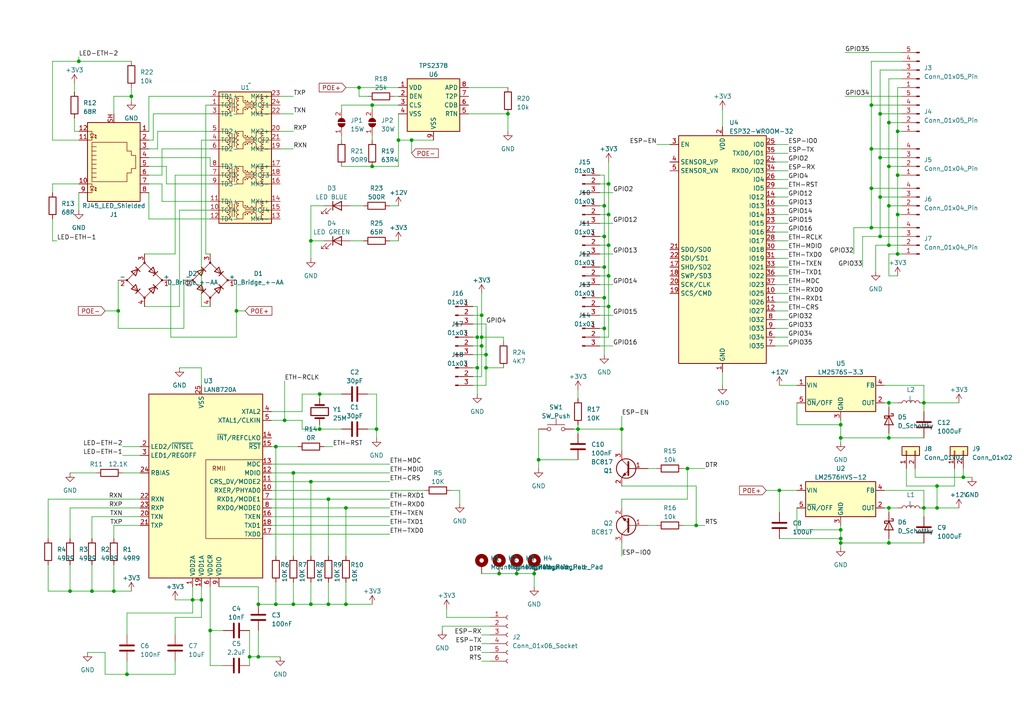
<source format=kicad_sch>
(kicad_sch (version 20230121) (generator eeschema)
  (paper "A4")
  (junction (at 90.17 175.26))
  (junction (at 95.25 175.26))
  (junction (at 139.7 97.79))
  (junction (at 85.09 137.16))
  (junction (at 257.81 59.69))
  (junction (at 95.25 144.78))
  (junction (at 85.09 175.26))
  (junction (at 74.93 175.26))
  (junction (at 33.02 171.45))
  (junction (at 68.58 90.17))
  (junction (at 74.93 190.5))
  (junction (at 252.73 43.18))
  (junction (at 107.95 30.48))
  (junction (at 257.81 116.84))
  (junction (at 60.96 182.88))
  (junction (at 119.38 40.64))
  (junction (at 175.26 77.47))
  (junction (at 175.26 59.69))
  (junction (at 243.84 127))
  (junction (at 154.94 166.37))
  (junction (at 22.86 17.78))
  (junction (at 176.53 62.23))
  (junction (at 144.78 166.37))
  (junction (at 226.06 142.24))
  (junction (at 267.97 116.84))
  (junction (at 156.21 133.35))
  (junction (at 201.93 152.4))
  (junction (at 140.97 102.87))
  (junction (at 175.26 68.58))
  (junction (at 252.73 54.61))
  (junction (at 100.33 175.26))
  (junction (at 26.67 171.45))
  (junction (at 257.81 71.12))
  (junction (at 255.27 45.72))
  (junction (at 58.42 173.99))
  (junction (at 38.1 27.94))
  (junction (at 255.27 68.58))
  (junction (at 175.26 86.36))
  (junction (at 260.35 73.66))
  (junction (at 92.71 114.3))
  (junction (at 109.22 124.46))
  (junction (at 255.27 33.02))
  (junction (at 55.88 173.99))
  (junction (at 243.84 157.48))
  (junction (at 252.73 30.48))
  (junction (at 90.17 139.7))
  (junction (at 34.29 90.17))
  (junction (at 176.53 88.9))
  (junction (at 176.53 71.12))
  (junction (at 260.35 62.23))
  (junction (at 167.64 124.46))
  (junction (at 107.95 48.26))
  (junction (at 243.84 153.67))
  (junction (at 80.01 129.54))
  (junction (at 90.17 69.85))
  (junction (at 147.32 33.02))
  (junction (at 257.81 147.32))
  (junction (at 243.84 156.21))
  (junction (at 199.39 135.89))
  (junction (at 252.73 66.04))
  (junction (at 80.01 175.26))
  (junction (at 267.97 147.32))
  (junction (at 180.34 124.46))
  (junction (at 36.83 195.58))
  (junction (at 271.78 147.32))
  (junction (at 139.7 100.33))
  (junction (at 115.57 40.64))
  (junction (at 175.26 95.25))
  (junction (at 255.27 57.15))
  (junction (at 100.33 147.32))
  (junction (at 82.55 121.92))
  (junction (at 176.53 53.34))
  (junction (at 243.84 123.19))
  (junction (at 257.81 35.56))
  (junction (at 92.71 124.46))
  (junction (at 139.7 91.44))
  (junction (at 271.78 140.97))
  (junction (at 138.43 106.68))
  (junction (at 257.81 157.48))
  (junction (at 257.81 48.26))
  (junction (at 140.97 106.68))
  (junction (at 138.43 97.79))
  (junction (at 104.14 25.4))
  (junction (at 149.86 166.37))
  (junction (at 72.39 190.5))
  (junction (at 260.35 38.1))
  (junction (at 176.53 80.01))
  (junction (at 279.4 138.43))
  (junction (at 260.35 50.8))
  (junction (at 257.81 127))
  (junction (at 20.32 171.45))
  (wire (pts (xy 38.1 27.94) (xy 38.1 29.21)))
  (wire (pts (xy 21.59 34.29) (xy 21.59 38.1)))
  (wire (pts (xy 175.26 95.25) (xy 173.99 95.25)))
  (wire (pts (xy 176.53 97.79) (xy 173.99 97.79)))
  (wire (pts (xy 173.99 68.58) (xy 175.26 68.58)))
  (wire (pts (xy 199.39 144.78) (xy 180.34 144.78)))
  (wire (pts (xy 267.97 111.76) (xy 267.97 116.84)))
  (wire (pts (xy 50.8 179.07) (xy 50.8 184.15)))
  (wire (pts (xy 43.18 50.8) (xy 46.99 50.8)))
  (wire (pts (xy 43.18 40.64) (xy 44.45 40.64)))
  (wire (pts (xy 173.99 86.36) (xy 175.26 86.36)))
  (wire (pts (xy 60.96 182.88) (xy 64.77 182.88)))
  (wire (pts (xy 43.18 55.88) (xy 43.18 63.5)))
  (wire (pts (xy 100.33 25.4) (xy 104.14 25.4)))
  (wire (pts (xy 22.86 16.51) (xy 22.86 17.78)))
  (wire (pts (xy 20.32 163.83) (xy 20.32 171.45)))
  (wire (pts (xy 137.16 91.44) (xy 139.7 91.44)))
  (wire (pts (xy 50.8 173.99) (xy 55.88 173.99)))
  (wire (pts (xy 176.53 80.01) (xy 176.53 88.9)))
  (wire (pts (xy 107.95 48.26) (xy 115.57 48.26)))
  (wire (pts (xy 256.54 116.84) (xy 257.81 116.84)))
  (wire (pts (xy 139.7 97.79) (xy 146.05 97.79)))
  (wire (pts (xy 20.32 147.32) (xy 40.64 147.32)))
  (wire (pts (xy 252.73 30.48) (xy 252.73 43.18)))
  (wire (pts (xy 90.17 59.69) (xy 90.17 69.85)))
  (wire (pts (xy 243.84 157.48) (xy 257.81 157.48)))
  (wire (pts (xy 245.11 15.24) (xy 261.62 15.24)))
  (wire (pts (xy 261.62 38.1) (xy 260.35 38.1)))
  (wire (pts (xy 109.22 114.3) (xy 106.68 114.3)))
  (wire (pts (xy 173.99 53.34) (xy 176.53 53.34)))
  (wire (pts (xy 90.17 139.7) (xy 113.03 139.7)))
  (wire (pts (xy 257.81 156.21) (xy 257.81 157.48)))
  (wire (pts (xy 46.99 53.34) (xy 46.99 58.42)))
  (wire (pts (xy 231.14 116.84) (xy 231.14 123.19)))
  (wire (pts (xy 128.27 182.88) (xy 128.27 181.61)))
  (wire (pts (xy 36.83 195.58) (xy 36.83 191.77)))
  (wire (pts (xy 100.33 147.32) (xy 113.03 147.32)))
  (wire (pts (xy 135.89 25.4) (xy 147.32 25.4)))
  (wire (pts (xy 104.14 27.94) (xy 104.14 25.4)))
  (wire (pts (xy 85.09 175.26) (xy 90.17 175.26)))
  (wire (pts (xy 15.24 17.78) (xy 22.86 17.78)))
  (wire (pts (xy 224.79 59.69) (xy 228.6 59.69)))
  (wire (pts (xy 147.32 33.02) (xy 147.32 38.1)))
  (wire (pts (xy 139.7 191.77) (xy 142.24 191.77)))
  (wire (pts (xy 138.43 114.3) (xy 138.43 106.68)))
  (wire (pts (xy 224.79 90.17) (xy 228.6 90.17)))
  (wire (pts (xy 82.55 121.92) (xy 78.74 121.92)))
  (wire (pts (xy 137.16 111.76) (xy 140.97 111.76)))
  (wire (pts (xy 176.53 80.01) (xy 173.99 80.01)))
  (wire (pts (xy 92.71 124.46) (xy 87.63 124.46)))
  (wire (pts (xy 55.88 173.99) (xy 58.42 173.99)))
  (wire (pts (xy 95.25 168.91) (xy 95.25 175.26)))
  (wire (pts (xy 63.5 170.18) (xy 74.93 170.18)))
  (wire (pts (xy 255.27 20.32) (xy 255.27 33.02)))
  (wire (pts (xy 260.35 25.4) (xy 260.35 38.1)))
  (wire (pts (xy 224.79 57.15) (xy 228.6 57.15)))
  (wire (pts (xy 52.07 106.68) (xy 58.42 106.68)))
  (wire (pts (xy 35.56 132.08) (xy 40.64 132.08)))
  (wire (pts (xy 175.26 59.69) (xy 175.26 68.58)))
  (wire (pts (xy 257.81 116.84) (xy 257.81 118.11)))
  (wire (pts (xy 257.81 35.56) (xy 257.81 48.26)))
  (wire (pts (xy 224.79 97.79) (xy 228.6 97.79)))
  (wire (pts (xy 252.73 66.04) (xy 247.65 66.04)))
  (wire (pts (xy 48.26 48.26) (xy 43.18 48.26)))
  (wire (pts (xy 33.02 152.4) (xy 40.64 152.4)))
  (wire (pts (xy 60.96 38.1) (xy 45.72 38.1)))
  (wire (pts (xy 267.97 116.84) (xy 267.97 119.38)))
  (wire (pts (xy 81.28 43.18) (xy 85.09 43.18)))
  (wire (pts (xy 109.22 124.46) (xy 109.22 114.3)))
  (wire (pts (xy 173.99 64.77) (xy 177.8 64.77)))
  (wire (pts (xy 224.79 62.23) (xy 228.6 62.23)))
  (wire (pts (xy 243.84 152.4) (xy 243.84 153.67)))
  (wire (pts (xy 90.17 175.26) (xy 95.25 175.26)))
  (wire (pts (xy 252.73 43.18) (xy 252.73 54.61)))
  (wire (pts (xy 92.71 123.19) (xy 92.71 124.46)))
  (wire (pts (xy 55.88 177.8) (xy 36.83 177.8)))
  (wire (pts (xy 139.7 186.69) (xy 142.24 186.69)))
  (wire (pts (xy 80.01 129.54) (xy 80.01 161.29)))
  (wire (pts (xy 26.67 171.45) (xy 33.02 171.45)))
  (wire (pts (xy 26.67 149.86) (xy 40.64 149.86)))
  (wire (pts (xy 261.62 68.58) (xy 255.27 68.58)))
  (wire (pts (xy 95.25 144.78) (xy 113.03 144.78)))
  (wire (pts (xy 261.62 33.02) (xy 255.27 33.02)))
  (wire (pts (xy 80.01 129.54) (xy 86.36 129.54)))
  (wire (pts (xy 261.62 54.61) (xy 252.73 54.61)))
  (wire (pts (xy 139.7 100.33) (xy 139.7 109.22)))
  (wire (pts (xy 173.99 77.47) (xy 175.26 77.47)))
  (wire (pts (xy 224.79 100.33) (xy 228.6 100.33)))
  (wire (pts (xy 90.17 168.91) (xy 90.17 175.26)))
  (wire (pts (xy 261.62 48.26) (xy 257.81 48.26)))
  (wire (pts (xy 78.74 154.94) (xy 113.03 154.94)))
  (wire (pts (xy 140.97 102.87) (xy 140.97 106.68)))
  (wire (pts (xy 78.74 147.32) (xy 100.33 147.32)))
  (wire (pts (xy 25.4 189.23) (xy 30.48 189.23)))
  (wire (pts (xy 85.09 168.91) (xy 85.09 175.26)))
  (wire (pts (xy 252.73 54.61) (xy 252.73 66.04)))
  (wire (pts (xy 60.96 45.72) (xy 60.96 48.26)))
  (wire (pts (xy 180.34 120.65) (xy 180.34 124.46)))
  (wire (pts (xy 257.81 116.84) (xy 260.35 116.84)))
  (wire (pts (xy 58.42 179.07) (xy 50.8 179.07)))
  (wire (pts (xy 139.7 91.44) (xy 139.7 97.79)))
  (wire (pts (xy 267.97 142.24) (xy 267.97 147.32)))
  (wire (pts (xy 209.55 107.95) (xy 209.55 111.76)))
  (wire (pts (xy 243.84 156.21) (xy 243.84 157.48)))
  (wire (pts (xy 60.96 170.18) (xy 60.96 182.88)))
  (wire (pts (xy 109.22 127) (xy 109.22 124.46)))
  (wire (pts (xy 261.62 43.18) (xy 252.73 43.18)))
  (wire (pts (xy 46.99 58.42) (xy 60.96 58.42)))
  (wire (pts (xy 180.34 157.48) (xy 180.34 161.29)))
  (wire (pts (xy 60.96 53.34) (xy 48.26 53.34)))
  (wire (pts (xy 250.19 68.58) (xy 250.19 77.47)))
  (wire (pts (xy 279.4 138.43) (xy 279.4 135.89)))
  (wire (pts (xy 13.97 171.45) (xy 13.97 163.83)))
  (wire (pts (xy 226.06 111.76) (xy 231.14 111.76)))
  (wire (pts (xy 265.43 135.89) (xy 265.43 138.43)))
  (wire (pts (xy 43.18 63.5) (xy 60.96 63.5)))
  (wire (pts (xy 60.96 40.64) (xy 58.42 40.64)))
  (wire (pts (xy 43.18 38.1) (xy 43.18 27.94)))
  (wire (pts (xy 243.84 158.75) (xy 243.84 157.48)))
  (wire (pts (xy 45.72 43.18) (xy 43.18 43.18)))
  (wire (pts (xy 198.12 152.4) (xy 201.93 152.4)))
  (wire (pts (xy 267.97 147.32) (xy 271.78 147.32)))
  (wire (pts (xy 224.79 92.71) (xy 228.6 92.71)))
  (wire (pts (xy 257.81 147.32) (xy 257.81 148.59)))
  (wire (pts (xy 38.1 25.4) (xy 38.1 27.94)))
  (wire (pts (xy 48.26 53.34) (xy 48.26 48.26)))
  (wire (pts (xy 78.74 149.86) (xy 113.03 149.86)))
  (wire (pts (xy 224.79 54.61) (xy 228.6 54.61)))
  (wire (pts (xy 15.24 63.5) (xy 15.24 69.85)))
  (wire (pts (xy 20.32 171.45) (xy 26.67 171.45)))
  (wire (pts (xy 146.05 97.79) (xy 146.05 99.06)))
  (wire (pts (xy 90.17 139.7) (xy 90.17 161.29)))
  (wire (pts (xy 231.14 153.67) (xy 243.84 153.67)))
  (wire (pts (xy 173.99 82.55) (xy 177.8 82.55)))
  (wire (pts (xy 35.56 129.54) (xy 40.64 129.54)))
  (wire (pts (xy 167.64 133.35) (xy 156.21 133.35)))
  (wire (pts (xy 190.5 41.91) (xy 194.31 41.91)))
  (wire (pts (xy 113.03 69.85) (xy 115.57 69.85)))
  (wire (pts (xy 226.06 142.24) (xy 231.14 142.24)))
  (wire (pts (xy 231.14 147.32) (xy 231.14 153.67)))
  (wire (pts (xy 180.34 140.97) (xy 201.93 140.97)))
  (wire (pts (xy 81.28 27.94) (xy 85.09 27.94)))
  (wire (pts (xy 59.69 73.66) (xy 60.96 73.66)))
  (wire (pts (xy 33.02 171.45) (xy 38.1 171.45)))
  (wire (pts (xy 271.78 140.97) (xy 271.78 147.32)))
  (wire (pts (xy 137.16 106.68) (xy 138.43 106.68)))
  (wire (pts (xy 139.7 85.09) (xy 139.7 91.44)))
  (wire (pts (xy 20.32 137.16) (xy 27.94 137.16)))
  (wire (pts (xy 175.26 95.25) (xy 175.26 102.87)))
  (wire (pts (xy 139.7 189.23) (xy 142.24 189.23)))
  (wire (pts (xy 267.97 147.32) (xy 267.97 149.86)))
  (wire (pts (xy 187.96 152.4) (xy 190.5 152.4)))
  (wire (pts (xy 35.56 137.16) (xy 40.64 137.16)))
  (wire (pts (xy 87.63 119.38) (xy 78.74 119.38)))
  (wire (pts (xy 26.67 163.83) (xy 26.67 171.45)))
  (wire (pts (xy 74.93 175.26) (xy 80.01 175.26)))
  (wire (pts (xy 222.25 142.24) (xy 226.06 142.24)))
  (wire (pts (xy 224.79 74.93) (xy 228.6 74.93)))
  (wire (pts (xy 166.37 124.46) (xy 167.64 124.46)))
  (wire (pts (xy 49.53 81.28) (xy 49.53 97.79)))
  (wire (pts (xy 176.53 71.12) (xy 176.53 80.01)))
  (wire (pts (xy 52.07 60.96) (xy 52.07 88.9)))
  (wire (pts (xy 199.39 135.89) (xy 204.47 135.89)))
  (wire (pts (xy 139.7 97.79) (xy 139.7 100.33)))
  (wire (pts (xy 167.64 113.03) (xy 167.64 115.57)))
  (wire (pts (xy 100.33 168.91) (xy 100.33 175.26)))
  (wire (pts (xy 107.95 30.48) (xy 115.57 30.48)))
  (wire (pts (xy 80.01 175.26) (xy 85.09 175.26)))
  (wire (pts (xy 261.62 25.4) (xy 260.35 25.4)))
  (wire (pts (xy 100.33 175.26) (xy 107.95 175.26)))
  (wire (pts (xy 254 71.12) (xy 254 78.74)))
  (wire (pts (xy 34.29 95.25) (xy 53.34 95.25)))
  (wire (pts (xy 167.64 124.46) (xy 167.64 125.73)))
  (wire (pts (xy 261.62 59.69) (xy 257.81 59.69)))
  (wire (pts (xy 140.97 93.98) (xy 140.97 102.87)))
  (wire (pts (xy 260.35 73.66) (xy 257.81 73.66)))
  (wire (pts (xy 257.81 73.66) (xy 257.81 80.01)))
  (wire (pts (xy 137.16 93.98) (xy 140.97 93.98)))
  (wire (pts (xy 276.86 140.97) (xy 276.86 135.89)))
  (wire (pts (xy 78.74 152.4) (xy 113.03 152.4)))
  (wire (pts (xy 257.81 59.69) (xy 257.81 71.12)))
  (wire (pts (xy 199.39 135.89) (xy 199.39 144.78)))
  (wire (pts (xy 99.06 31.75) (xy 99.06 30.48)))
  (wire (pts (xy 256.54 142.24) (xy 267.97 142.24)))
  (wire (pts (xy 257.81 147.32) (xy 260.35 147.32)))
  (wire (pts (xy 95.25 175.26) (xy 100.33 175.26)))
  (wire (pts (xy 33.02 27.94) (xy 38.1 27.94)))
  (wire (pts (xy 21.59 24.13) (xy 21.59 26.67)))
  (wire (pts (xy 224.79 46.99) (xy 228.6 46.99)))
  (wire (pts (xy 55.88 173.99) (xy 55.88 177.8)))
  (wire (pts (xy 59.69 30.48) (xy 59.69 73.66)))
  (wire (pts (xy 101.6 59.69) (xy 105.41 59.69)))
  (wire (pts (xy 36.83 195.58) (xy 50.8 195.58)))
  (wire (pts (xy 261.62 66.04) (xy 252.73 66.04)))
  (wire (pts (xy 80.01 175.26) (xy 80.01 168.91)))
  (wire (pts (xy 33.02 163.83) (xy 33.02 171.45)))
  (wire (pts (xy 119.38 40.64) (xy 125.73 40.64)))
  (wire (pts (xy 255.27 57.15) (xy 255.27 68.58)))
  (wire (pts (xy 78.74 139.7) (xy 90.17 139.7)))
  (wire (pts (xy 224.79 52.07) (xy 228.6 52.07)))
  (wire (pts (xy 99.06 30.48) (xy 107.95 30.48)))
  (wire (pts (xy 107.95 30.48) (xy 107.95 31.75)))
  (wire (pts (xy 175.26 77.47) (xy 175.26 86.36)))
  (wire (pts (xy 21.59 38.1) (xy 22.86 38.1)))
  (wire (pts (xy 137.16 88.9) (xy 138.43 88.9)))
  (wire (pts (xy 187.96 135.89) (xy 190.5 135.89)))
  (wire (pts (xy 33.02 33.02) (xy 33.02 27.94)))
  (wire (pts (xy 247.65 66.04) (xy 247.65 73.66)))
  (wire (pts (xy 90.17 69.85) (xy 90.17 74.93)))
  (wire (pts (xy 81.28 33.02) (xy 85.09 33.02)))
  (wire (pts (xy 243.84 121.92) (xy 243.84 123.19)))
  (wire (pts (xy 78.74 134.62) (xy 113.03 134.62)))
  (wire (pts (xy 68.58 90.17) (xy 71.12 90.17)))
  (wire (pts (xy 87.63 121.92) (xy 82.55 121.92)))
  (wire (pts (xy 49.53 97.79) (xy 68.58 97.79)))
  (wire (pts (xy 34.29 81.28) (xy 34.29 90.17)))
  (wire (pts (xy 101.6 69.85) (xy 105.41 69.85)))
  (wire (pts (xy 30.48 189.23) (xy 30.48 195.58)))
  (wire (pts (xy 95.25 144.78) (xy 95.25 161.29)))
  (wire (pts (xy 68.58 97.79) (xy 68.58 90.17)))
  (wire (pts (xy 22.86 17.78) (xy 38.1 17.78)))
  (wire (pts (xy 198.12 135.89) (xy 199.39 135.89)))
  (wire (pts (xy 85.09 137.16) (xy 85.09 161.29)))
  (wire (pts (xy 226.06 142.24) (xy 226.06 148.59)))
  (wire (pts (xy 115.57 48.26) (xy 115.57 40.64)))
  (wire (pts (xy 60.96 182.88) (xy 60.96 193.04)))
  (wire (pts (xy 139.7 184.15) (xy 142.24 184.15)))
  (wire (pts (xy 140.97 106.68) (xy 146.05 106.68)))
  (wire (pts (xy 87.63 114.3) (xy 92.71 114.3)))
  (wire (pts (xy 261.62 50.8) (xy 260.35 50.8)))
  (wire (pts (xy 106.68 27.94) (xy 104.14 27.94)))
  (wire (pts (xy 173.99 59.69) (xy 175.26 59.69)))
  (wire (pts (xy 78.74 137.16) (xy 85.09 137.16)))
  (wire (pts (xy 224.79 64.77) (xy 228.6 64.77)))
  (wire (pts (xy 13.97 171.45) (xy 20.32 171.45)))
  (wire (pts (xy 175.26 68.58) (xy 175.26 77.47)))
  (wire (pts (xy 261.62 45.72) (xy 255.27 45.72)))
  (wire (pts (xy 72.39 182.88) (xy 72.39 190.5)))
  (wire (pts (xy 138.43 88.9) (xy 138.43 97.79)))
  (wire (pts (xy 113.03 59.69) (xy 115.57 59.69)))
  (wire (pts (xy 115.57 40.64) (xy 119.38 40.64)))
  (wire (pts (xy 261.62 35.56) (xy 257.81 35.56)))
  (wire (pts (xy 167.64 123.19) (xy 167.64 124.46)))
  (wire (pts (xy 243.84 153.67) (xy 243.84 156.21)))
  (wire (pts (xy 224.79 49.53) (xy 228.6 49.53)))
  (wire (pts (xy 224.79 77.47) (xy 228.6 77.47)))
  (wire (pts (xy 224.79 72.39) (xy 228.6 72.39)))
  (wire (pts (xy 256.54 111.76) (xy 267.97 111.76)))
  (wire (pts (xy 262.89 140.97) (xy 271.78 140.97)))
  (wire (pts (xy 92.71 114.3) (xy 92.71 115.57)))
  (wire (pts (xy 261.62 20.32) (xy 255.27 20.32)))
  (wire (pts (xy 50.8 73.66) (xy 41.91 73.66)))
  (wire (pts (xy 173.99 73.66) (xy 177.8 73.66)))
  (wire (pts (xy 36.83 177.8) (xy 36.83 184.15)))
  (wire (pts (xy 173.99 71.12) (xy 176.53 71.12)))
  (wire (pts (xy 175.26 86.36) (xy 175.26 95.25)))
  (wire (pts (xy 154.94 166.37) (xy 154.94 170.18)))
  (wire (pts (xy 173.99 91.44) (xy 177.8 91.44)))
  (wire (pts (xy 243.84 123.19) (xy 243.84 127)))
  (wire (pts (xy 15.24 53.34) (xy 15.24 55.88)))
  (wire (pts (xy 176.53 88.9) (xy 173.99 88.9)))
  (wire (pts (xy 133.35 142.24) (xy 133.35 146.05)))
  (wire (pts (xy 176.53 46.99) (xy 176.53 53.34)))
  (wire (pts (xy 43.18 27.94) (xy 60.96 27.94)))
  (wire (pts (xy 261.62 71.12) (xy 257.81 71.12)))
  (wire (pts (xy 50.8 50.8) (xy 50.8 73.66)))
  (wire (pts (xy 60.96 50.8) (xy 50.8 50.8)))
  (wire (pts (xy 201.93 140.97) (xy 201.93 152.4)))
  (wire (pts (xy 261.62 30.48) (xy 252.73 30.48)))
  (wire (pts (xy 100.33 147.32) (xy 100.33 161.29)))
  (wire (pts (xy 30.48 195.58) (xy 36.83 195.58)))
  (wire (pts (xy 176.53 53.34) (xy 176.53 62.23)))
  (wire (pts (xy 45.72 38.1) (xy 45.72 43.18)))
  (wire (pts (xy 52.07 88.9) (xy 41.91 88.9)))
  (wire (pts (xy 271.78 140.97) (xy 276.86 140.97)))
  (wire (pts (xy 176.53 88.9) (xy 176.53 97.79)))
  (wire (pts (xy 257.81 157.48) (xy 267.97 157.48)))
  (wire (pts (xy 13.97 144.78) (xy 13.97 156.21)))
  (wire (pts (xy 231.14 123.19) (xy 243.84 123.19)))
  (wire (pts (xy 15.24 69.85) (xy 16.51 69.85)))
  (wire (pts (xy 34.29 90.17) (xy 34.29 95.25)))
  (wire (pts (xy 252.73 17.78) (xy 252.73 30.48)))
  (wire (pts (xy 74.93 182.88) (xy 74.93 190.5)))
  (wire (pts (xy 90.17 69.85) (xy 93.98 69.85)))
  (wire (pts (xy 243.84 128.27) (xy 243.84 127)))
  (wire (pts (xy 22.86 40.64) (xy 15.24 40.64)))
  (wire (pts (xy 243.84 127) (xy 257.81 127)))
  (wire (pts (xy 99.06 39.37) (xy 99.06 40.64)))
  (wire (pts (xy 201.93 152.4) (xy 204.47 152.4)))
  (wire (pts (xy 256.54 147.32) (xy 257.81 147.32)))
  (wire (pts (xy 137.16 97.79) (xy 138.43 97.79)))
  (wire (pts (xy 44.45 40.64) (xy 44.45 33.02)))
  (wire (pts (xy 260.35 50.8) (xy 260.35 62.23)))
  (wire (pts (xy 128.27 181.61) (xy 142.24 181.61)))
  (wire (pts (xy 107.95 39.37) (xy 107.95 40.64)))
  (wire (pts (xy 93.98 59.69) (xy 90.17 59.69)))
  (wire (pts (xy 60.96 30.48) (xy 59.69 30.48)))
  (wire (pts (xy 15.24 40.64) (xy 15.24 17.78)))
  (wire (pts (xy 180.34 124.46) (xy 180.34 130.81)))
  (wire (pts (xy 262.89 135.89) (xy 262.89 140.97)))
  (wire (pts (xy 68.58 90.17) (xy 68.58 81.28)))
  (wire (pts (xy 50.8 195.58) (xy 50.8 191.77)))
  (wire (pts (xy 255.27 33.02) (xy 255.27 45.72)))
  (wire (pts (xy 261.62 73.66) (xy 260.35 73.66)))
  (wire (pts (xy 46.99 50.8) (xy 46.99 43.18)))
  (wire (pts (xy 245.11 27.94) (xy 261.62 27.94)))
  (wire (pts (xy 58.42 88.9) (xy 60.96 88.9)))
  (wire (pts (xy 58.42 106.68) (xy 58.42 111.76)))
  (wire (pts (xy 271.78 147.32) (xy 278.13 147.32)))
  (wire (pts (xy 30.48 90.17) (xy 34.29 90.17)))
  (wire (pts (xy 224.79 82.55) (xy 228.6 82.55)))
  (wire (pts (xy 43.18 45.72) (xy 60.96 45.72)))
  (wire (pts (xy 176.53 62.23) (xy 176.53 71.12)))
  (wire (pts (xy 43.18 53.34) (xy 46.99 53.34)))
  (wire (pts (xy 156.21 133.35) (xy 156.21 135.89)))
  (wire (pts (xy 265.43 138.43) (xy 279.4 138.43)))
  (wire (pts (xy 58.42 40.64) (xy 58.42 88.9)))
  (wire (pts (xy 92.71 124.46) (xy 99.06 124.46)))
  (wire (pts (xy 137.16 109.22) (xy 139.7 109.22)))
  (wire (pts (xy 135.89 33.02) (xy 147.32 33.02)))
  (wire (pts (xy 46.99 43.18) (xy 60.96 43.18)))
  (wire (pts (xy 78.74 142.24) (xy 123.19 142.24)))
  (wire (pts (xy 115.57 33.02) (xy 115.57 40.64)))
  (wire (pts (xy 149.86 166.37) (xy 154.94 166.37)))
  (wire (pts (xy 72.39 193.04) (xy 72.39 190.5)))
  (wire (pts (xy 224.79 85.09) (xy 228.6 85.09)))
  (wire (pts (xy 99.06 48.26) (xy 107.95 48.26)))
  (wire (pts (xy 257.81 71.12) (xy 254 71.12)))
  (wire (pts (xy 226.06 156.21) (xy 243.84 156.21)))
  (wire (pts (xy 92.71 114.3) (xy 99.06 114.3)))
  (wire (pts (xy 261.62 62.23) (xy 260.35 62.23)))
  (wire (pts (xy 137.16 102.87) (xy 140.97 102.87)))
  (wire (pts (xy 144.78 166.37) (xy 149.86 166.37)))
  (wire (pts (xy 114.3 27.94) (xy 115.57 27.94)))
  (wire (pts (xy 257.81 125.73) (xy 257.81 127)))
  (wire (pts (xy 173.99 55.88) (xy 177.8 55.88)))
  (wire (pts (xy 60.96 193.04) (xy 64.77 193.04)))
  (wire (pts (xy 20.32 147.32) (xy 20.32 156.21)))
  (wire (pts (xy 156.21 124.46) (xy 156.21 133.35)))
  (wire (pts (xy 13.97 144.78) (xy 40.64 144.78)))
  (wire (pts (xy 22.86 60.96) (xy 22.86 55.88)))
  (wire (pts (xy 82.55 110.49) (xy 82.55 121.92)))
  (wire (pts (xy 129.54 176.53) (xy 129.54 179.07)))
  (wire (pts (xy 44.45 33.02) (xy 60.96 33.02)))
  (wire (pts (xy 137.16 100.33) (xy 139.7 100.33)))
  (wire (pts (xy 58.42 170.18) (xy 58.42 173.99)))
  (wire (pts (xy 257.81 48.26) (xy 257.81 59.69)))
  (wire (pts (xy 261.62 57.15) (xy 255.27 57.15)))
  (wire (pts (xy 130.81 142.24) (xy 133.35 142.24)))
  (wire (pts (xy 72.39 190.5) (xy 74.93 190.5)))
  (wire (pts (xy 53.34 95.25) (xy 53.34 81.28)))
  (wire (pts (xy 209.55 31.75) (xy 209.55 36.83)))
  (wire (pts (xy 139.7 166.37) (xy 144.78 166.37)))
  (wire (pts (xy 224.79 41.91) (xy 228.6 41.91)))
  (wire (pts (xy 257.81 80.01) (xy 260.35 80.01)))
  (wire (pts (xy 78.74 129.54) (xy 80.01 129.54)))
  (wire (pts (xy 104.14 25.4) (xy 115.57 25.4)))
  (wire (pts (xy 224.79 95.25) (xy 228.6 95.25)))
  (wire (pts (xy 140.97 106.68) (xy 140.97 111.76)))
  (wire (pts (xy 78.74 144.78) (xy 95.25 144.78)))
  (wire (pts (xy 55.88 170.18) (xy 55.88 173.99)))
  (wire (pts (xy 26.67 149.86) (xy 26.67 156.21)))
  (wire (pts (xy 81.28 38.1) (xy 85.09 38.1)))
  (wire (pts (xy 87.63 124.46) (xy 87.63 121.92)))
  (wire (pts (xy 260.35 38.1) (xy 260.35 50.8)))
  (wire (pts (xy 15.24 53.34) (xy 22.86 53.34)))
  (wire (pts (xy 224.79 67.31) (xy 228.6 67.31)))
  (wire (pts (xy 267.97 116.84) (xy 278.13 116.84)))
  (wire (pts (xy 106.68 124.46) (xy 109.22 124.46)))
  (wire (pts (xy 74.93 190.5) (xy 81.28 190.5)))
  (wire (pts (xy 129.54 179.07) (xy 142.24 179.07)))
  (wire (pts (xy 58.42 173.99) (xy 58.42 179.07)))
  (wire (pts (xy 257.81 22.86) (xy 257.81 35.56)))
  (wire (pts (xy 85.09 137.16) (xy 113.03 137.16)))
  (wire (pts (xy 173.99 100.33) (xy 177.8 100.33)))
  (wire (pts (xy 224.79 44.45) (xy 228.6 44.45)))
  (wire (pts (xy 33.02 152.4) (xy 33.02 156.21)))
  (wire (pts (xy 279.4 138.43) (xy 281.94 138.43)))
  (wire (pts (xy 175.26 50.8) (xy 175.26 59.69)))
  (wire (pts (xy 173.99 50.8) (xy 175.26 50.8)))
  (wire (pts (xy 261.62 17.78) (xy 252.73 17.78)))
  (wire (pts (xy 260.35 62.23) (xy 260.35 73.66)))
  (wire (pts (xy 257.81 127) (xy 267.97 127)))
  (wire (pts (xy 180.34 144.78) (xy 180.34 147.32)))
  (wire (pts (xy 60.96 60.96) (xy 52.07 60.96)))
  (wire (pts (xy 119.38 40.64) (xy 119.38 44.45)))
  (wire (pts (xy 93.98 129.54) (xy 96.52 129.54)))
  (wire (pts (xy 224.79 87.63) (xy 228.6 87.63)))
  (wire (pts (xy 138.43 97.79) (xy 138.43 106.68)))
  (wire (pts (xy 74.93 170.18) (xy 74.93 175.26)))
  (wire (pts (xy 173.99 62.23) (xy 176.53 62.23)))
  (wire (pts (xy 255.27 68.58) (xy 250.19 68.58)))
  (wire (pts (xy 167.64 124.46) (xy 180.34 124.46)))
  (wire (pts (xy 261.62 22.86) (xy 257.81 22.86)))
  (wire (pts (xy 224.79 69.85) (xy 228.6 69.85)))
  (wire (pts (xy 87.63 119.38) (xy 87.63 114.3)))
  (wire (pts (xy 224.79 80.01) (xy 228.6 80.01)))
  (wire (pts (xy 255.27 45.72) (xy 255.27 57.15)))
  (label "GPIO34" (at 228.6 97.79 0))
  (label "ETH-CRS" (at 113.03 139.7 0))
  (label "GPIO14" (at 228.6 62.23 0))
  (label "ETH-RXD0" (at 228.6 85.09 0))
  (label "GPIO15" (at 177.8 91.44 0))
  (label "GPIO32" (at 228.6 92.71 0))
  (label "ETH-MDC" (at 228.6 82.55 0))
  (label "LED-ETH-2" (at 22.86 16.51 0))
  (label "ETH-RXD1" (at 113.03 144.78 0))
  (label "LED-ETH-1" (at 16.51 69.85 0))
  (label "TXN" (at 85.09 33.02 0))
  (label "ESP-RX" (at 139.7 184.15 180))
  (label "ETH-MDIO" (at 113.03 137.16 0))
  (label "ESP-EN" (at 180.34 120.65 0))
  (label "RXP" (at 85.09 38.1 0))
  (label "GPIO2" (at 177.8 55.88 0))
  (label "GPIO16" (at 228.6 67.31 0))
  (label "ETH-RCLK" (at 82.55 110.49 0))
  (label "ETH-CRS" (at 228.6 90.17 0))
  (label "TXN" (at 35.56 149.86 180))
  (label "ETH-TXD1" (at 113.03 152.4 0))
  (label "RXN" (at 85.09 43.18 0))
  (label "GPIO34" (at 245.11 27.94 0))
  (label "GPIO13" (at 177.8 73.66 0))
  (label "ETH-TXD1" (at 228.6 80.01 0))
  (label "LED-ETH-1" (at 35.56 132.08 180))
  (label "GPIO33" (at 250.19 77.47 180))
  (label "GPIO35" (at 228.6 100.33 0))
  (label "ETH-RXD0" (at 113.03 147.32 0))
  (label "RXN" (at 35.56 144.78 180))
  (label "ETH-RXD1" (at 228.6 87.63 0))
  (label "GPIO4" (at 228.6 52.07 0))
  (label "DTR" (at 139.7 189.23 180))
  (label "TXP" (at 85.09 27.94 0))
  (label "ESP-IO0" (at 180.34 161.29 0))
  (label "GPIO14" (at 177.8 82.55 0))
  (label "LED-ETH-2" (at 35.56 129.54 180))
  (label "GPIO15" (at 228.6 64.77 0))
  (label "ESP-TX" (at 139.7 186.69 180))
  (label "GPIO12" (at 228.6 57.15 0))
  (label "ETH-RCLK" (at 228.6 69.85 0))
  (label "RTS" (at 139.7 191.77 180))
  (label "GPIO2" (at 228.6 46.99 0))
  (label "ESP-IO0" (at 228.6 41.91 0))
  (label "ETH-TXD0" (at 228.6 74.93 0))
  (label "ETH-TXD0" (at 113.03 154.94 0))
  (label "GPIO33" (at 228.6 95.25 0))
  (label "GPIO13" (at 228.6 59.69 0))
  (label "DTR" (at 204.47 135.89 0))
  (label "ESP-RX" (at 228.6 49.53 0))
  (label "ETH-RST" (at 96.52 129.54 0))
  (label "GPIO12" (at 177.8 64.77 0))
  (label "GPIO35" (at 245.11 15.24 0))
  (label "RTS" (at 204.47 152.4 0))
  (label "ESP-TX" (at 228.6 44.45 0))
  (label "TXP" (at 35.56 152.4 180))
  (label "ETH-TXEN" (at 113.03 149.86 0))
  (label "GPIO32" (at 247.65 73.66 180))
  (label "GPIO16" (at 177.8 100.33 0))
  (label "ETH-RST" (at 228.6 54.61 0))
  (label "ESP-EN" (at 190.5 41.91 180))
  (label "GPIO4" (at 140.97 93.98 0))
  (label "RXP" (at 35.56 147.32 180))
  (label "ETH-TXEN" (at 228.6 77.47 0))
  (label "ETH-MDIO" (at 228.6 72.39 0))
  (label "ETH-MDC" (at 113.03 134.62 0))
  (global_label "POE+" (shape input) (at 71.12 90.17 0) (property "Intersheetrefs" "${INTERSHEET_REFS}" (effects hide)))
  (global_label "POE+" (shape input) (at 100.33 25.4 180) (property "Intersheetrefs" "${INTERSHEET_REFS}" (effects hide)))
  (global_label "POE-" (shape input) (at 119.38 44.45 0) (property "Intersheetrefs" "${INTERSHEET_REFS}" (effects hide)))
  (global_label "POE+" (shape input) (at 222.25 142.24 180) (property "Intersheetrefs" "${INTERSHEET_REFS}" (effects hide)))
  (global_label "POE-" (shape input) (at 30.48 90.17 180) (property "Intersheetrefs" "${INTERSHEET_REFS}" (effects hide)))
  (symbol (lib_id "Device:R") (at 99.06 44.45 180) (unit 1)
    (property "Reference" "R21" (at 101.6 43.815 0) (effects (justify right)))
    (property "Value" "90R9" (at 101.6 46.355 0) (effects (justify right)))
    (property "Footprint" "Resistor_SMD:R_0805_2012Metric" (effects hide))
  )
  (symbol (lib_id "Device:D_Bridge_+-AA") (at 60.96 81.28 0) (unit 1)
    (property "Reference" "D1" (at 74.93 79.3497 0))
    (property "Value" "D_Bridge_+-AA" (at 74.93 81.8897 0))
    (property "Footprint" "Diode_SMD:Diode_Bridge_Diotec_ABS" (effects hide))
    (property "LCSC" "C169533" (effects hide))
  )
  (symbol (lib_id "power:+12V") (at 226.06 111.76 0) (unit 1)
    (property "Reference" "#PWR019" (effects hide))
    (property "Value" "+12V" (at 226.06 107.95 0))
  )
  (symbol (lib_id "power:+12V") (at 115.57 59.69 0) (unit 1)
    (property "Reference" "#PWR034" (effects hide))
    (property "Value" "+12V" (at 115.57 55.88 0))
  )
  (symbol (lib_id "Device:R") (at 107.95 44.45 180) (unit 1)
    (property "Reference" "R19" (at 110.49 43.815 0) (effects (justify right)))
    (property "Value" "63R4" (at 110.49 46.355 0) (effects (justify right)))
    (property "Footprint" "Resistor_SMD:R_0805_2012Metric" (effects hide))
  )
  (symbol (lib_id "Device:R") (at 26.67 160.02 180) (unit 1)
    (property "Reference" "R2" (at 29.21 159.385 0) (effects (justify right)))
    (property "Value" "49R9" (at 29.21 161.925 0) (effects (justify right)))
    (property "Footprint" "Resistor_SMD:R_0805_2012Metric" (effects hide))
  )
  (symbol (lib_id "Device:LED") (at 97.79 69.85 0) (unit 1)
    (property "Reference" "D4" (at 96.2025 64.77 0))
    (property "Value" "LED GREEN" (at 96.2025 67.31 0))
    (property "Footprint" "LED_SMD:LED_0805_2012Metric" (effects hide))
  )
  (symbol (lib_id "Connector:Conn_01x03_Pin") (at 132.08 91.44 0) (unit 1)
    (property "Reference" "J16" (at 132.715 85.09 0))
    (property "Value" "01x03" (at 132.715 87.63 0))
    (property "Footprint" "Connector_PinHeader_2.54mm:PinHeader_1x03_P2.54mm_Vertical" (effects hide))
    (property "LCSC" "C5116482" (effects hide))
  )
  (symbol (lib_id "Device:D_Schottky") (at 257.81 152.4 270) (unit 1)
    (property "Reference" "D6" (at 260.35 151.4475 90) (effects (justify left)))
    (property "Value" "D_Schottky" (at 260.35 153.9875 90) (effects (justify left)))
    (property "Footprint" "Diode_SMD:D_SOD-128" (effects hide))
    (property "LCSC" "C65010" (effects hide))
  )
  (symbol (lib_id "Connector:Conn_01x03_Pin") (at 132.08 109.22 0) (unit 1)
    (property "Reference" "J18" (at 132.715 102.87 0))
    (property "Value" "01x03" (at 132.715 105.41 0))
    (property "Footprint" "Connector_PinHeader_2.54mm:PinHeader_1x03_P2.54mm_Vertical" (effects hide))
    (property "LCSC" "C5116482" (effects hide))
  )
  (symbol (lib_id "Jumper:SolderJumper_2_Open") (at 107.95 35.56 90) (unit 1)
    (property "Reference" "JP2" (at 110.49 34.925 90) (effects (justify right)))
    (property "Value" "30W" (at 110.49 37.465 90) (effects (justify right)))
    (property "Footprint" "Jumper:SolderJumper-2_P1.3mm_Open_RoundedPad1.0x1.5mm" (effects hide))
  )
  (symbol (lib_id "Device:C") (at 102.87 114.3 90) (unit 1)
    (property "Reference" "C2" (at 102.87 107.95 90))
    (property "Value" "30pF" (at 102.87 110.49 90))
    (property "Footprint" "Capacitor_SMD:C_1206_3216Metric" (effects hide))
  )
  (symbol (lib_id "power:+3V3") (at 209.55 31.75 0) (unit 1)
    (property "Reference" "#PWR023" (effects hide))
    (property "Value" "+3V3" (at 209.55 27.94 0))
  )
  (symbol (lib_id "power:+3V3") (at 50.8 173.99 0) (unit 1)
    (property "Reference" "#PWR08" (effects hide))
    (property "Value" "+3V3" (at 50.8 170.18 0))
  )
  (symbol (lib_id "Device:R") (at 95.25 165.1 180) (unit 1)
    (property "Reference" "R9" (at 96.52 163.83 0) (effects (justify right)))
    (property "Value" "10K" (at 97.79 168.91 90) (effects (justify right)))
    (property "Footprint" "Resistor_SMD:R_0805_2012Metric" (effects hide))
  )
  (symbol (lib_id "power:GND") (at 133.35 146.05 0) (unit 1)
    (property "Reference" "#PWR03" (effects hide))
    (property "Value" "GND" (at 133.35 151.13 0))
  )
  (symbol (lib_id "Connector:Conn_01x03_Pin") (at 168.91 88.9 0) (unit 1)
    (property "Reference" "J13" (at 169.545 82.55 0))
    (property "Value" "01x03" (at 169.545 85.09 0))
    (property "Footprint" "Connector_PinHeader_2.54mm:PinHeader_1x03_P2.54mm_Vertical" (effects hide))
    (property "LCSC" "C5116482" (effects hide))
  )
  (symbol (lib_id "Connector:Conn_01x06_Socket") (at 147.32 184.15 0) (unit 1)
    (property "Reference" "J2" (at 148.59 184.785 0) (effects (justify left)))
    (property "Value" "Conn_01x06_Socket" (at 148.59 187.325 0) (effects (justify left)))
    (property "Footprint" "Connector_PinSocket_2.54mm:PinSocket_1x06_P2.54mm_Vertical" (effects hide))
    (property "LCSC" "C5224026" (effects hide))
  )
  (symbol (lib_id "Device:C") (at 68.58 182.88 90) (unit 1)
    (property "Reference" "C4" (at 68.58 176.53 90))
    (property "Value" "10nF" (at 68.58 179.07 90))
    (property "Footprint" "Capacitor_SMD:C_1206_3216Metric" (effects hide))
  )
  (symbol (lib_id "Device:R") (at 15.24 59.69 180) (unit 1)
    (property "Reference" "R13" (at 17.78 59.055 0) (effects (justify right)))
    (property "Value" "68R" (at 17.78 61.595 0) (effects (justify right)))
    (property "Footprint" "Resistor_SMD:R_0805_2012Metric" (effects hide))
  )
  (symbol (lib_id "Device:D_Schottky") (at 257.81 121.92 270) (unit 1)
    (property "Reference" "D5" (at 260.35 120.9675 90) (effects (justify left)))
    (property "Value" "D_Schottky" (at 260.35 123.5075 90) (effects (justify left)))
    (property "Footprint" "Diode_SMD:D_SOD-128" (effects hide))
    (property "LCSC" "C65010" (effects hide))
  )
  (symbol (lib_id "Mechanical:MountingHole_Pad") (at 144.78 163.83 0) (unit 1)
    (property "Reference" "H2" (at 147.32 161.925 0) (effects (justify left)))
    (property "Value" "MountingHole_Pad" (at 147.32 164.465 0) (effects (justify left)))
    (property "Footprint" "MountingHole:MountingHole_2.2mm_M2_DIN965_Pad" (effects hide))
  )
  (symbol (lib_id "Device:R") (at 127 142.24 90) (unit 1)
    (property "Reference" "R5" (at 127 137.16 90))
    (property "Value" "10K" (at 127 139.7 90))
    (property "Footprint" "Resistor_SMD:R_0805_2012Metric" (effects hide))
  )
  (symbol (lib_id "Connector:Conn_01x04_Pin") (at 266.7 48.26 180) (unit 1)
    (property "Reference" "J5" (at 267.97 46.355 0) (effects (justify right)))
    (property "Value" "Conn_01x04_Pin" (at 267.97 48.895 0) (effects (justify right)))
    (property "Footprint" "Connector_PinHeader_2.54mm:PinHeader_1x04_P2.54mm_Vertical" (effects hide))
  )
  (symbol (lib_id "Connector:Conn_01x03_Pin") (at 168.91 62.23 0) (unit 1)
    (property "Reference" "J10" (at 169.545 55.88 0))
    (property "Value" "01x03" (at 169.545 58.42 0))
    (property "Footprint" "Connector_PinHeader_2.54mm:PinHeader_1x03_P2.54mm_Vertical" (effects hide))
    (property "LCSC" "C5116482" (effects hide))
  )
  (symbol (lib_id "Connector:Conn_01x03_Pin") (at 132.08 100.33 0) (unit 1)
    (property "Reference" "J17" (at 132.715 93.98 0))
    (property "Value" "01x03" (at 132.715 96.52 0))
    (property "Footprint" "Connector_PinHeader_2.54mm:PinHeader_1x03_P2.54mm_Vertical" (effects hide))
    (property "LCSC" "C5116482" (effects hide))
  )
  (symbol (lib_id "power:GND") (at 175.26 102.87 0) (unit 1)
    (property "Reference" "#PWR029" (effects hide))
    (property "Value" "GND" (at 175.26 107.95 0))
  )
  (symbol (lib_id "Device:LED") (at 97.79 59.69 0) (unit 1)
    (property "Reference" "D3" (at 96.2025 54.61 0))
    (property "Value" "LED BLUE" (at 96.2025 57.15 0))
    (property "Footprint" "LED_SMD:LED_0805_2012Metric" (effects hide))
  )
  (symbol (lib_id "Device:C") (at 167.64 129.54 0) (unit 1)
    (property "Reference" "C10" (at 171.45 128.905 0) (effects (justify left)))
    (property "Value" "100nF" (at 171.45 131.445 0) (effects (justify left)))
    (property "Footprint" "Capacitor_SMD:C_1206_3216Metric" (effects hide))
  )
  (symbol (lib_id "Device:R") (at 109.22 59.69 90) (unit 1)
    (property "Reference" "R23" (at 109.22 54.61 90))
    (property "Value" "500R" (at 109.22 57.15 90))
    (property "Footprint" "Resistor_SMD:R_0805_2012Metric" (effects hide))
  )
  (symbol (lib_id "Device:R") (at 85.09 165.1 180) (unit 1)
    (property "Reference" "R7" (at 86.36 163.83 0) (effects (justify right)))
    (property "Value" "10K" (at 87.63 168.91 90) (effects (justify right)))
    (property "Footprint" "Resistor_SMD:R_0805_2012Metric" (effects hide))
  )
  (symbol (lib_id "Device:C") (at 102.87 124.46 90) (unit 1)
    (property "Reference" "C1" (at 102.87 118.11 90))
    (property "Value" "30pF" (at 102.87 120.65 90))
    (property "Footprint" "Capacitor_SMD:C_1206_3216Metric" (effects hide))
  )
  (symbol (lib_id "Device:R") (at 100.33 165.1 180) (unit 1)
    (property "Reference" "R10" (at 101.6 163.83 0) (effects (justify right)))
    (property "Value" "10K" (at 102.87 168.91 90) (effects (justify right)))
    (property "Footprint" "Resistor_SMD:R_0805_2012Metric" (effects hide))
  )
  (symbol (lib_id "Device:C") (at 267.97 153.67 0) (unit 1)
    (property "Reference" "C9" (at 271.78 153.035 0) (effects (justify left)))
    (property "Value" "1000uF" (at 271.78 155.575 0) (effects (justify left)))
    (property "Footprint" "Capacitor_SMD:C_Elec_10x10.2" (effects hide))
    (property "LCSC" "C3445233" (effects hide))
  )
  (symbol (lib_id "RF_Module:ESP32-WROOM-32") (at 209.55 72.39 0) (unit 1)
    (property "Reference" "U4" (at 211.5059 35.56 0) (effects (justify left)))
    (property "Value" "ESP32-WROOM-32" (at 211.5059 38.1 0) (effects (justify left)))
    (property "Footprint" "RF_Module:ESP32-WROOM-32" (effects hide))
    (property "Datasheet" "https://www.espressif.com/sites/default/files/documentation/esp32-wroom-32_datasheet_en.pdf" (effects hide))
  )
  (symbol (lib_id "power:GND") (at 281.94 138.43 0) (unit 1)
    (property "Reference" "#PWR027" (effects hide))
    (property "Value" "GND" (at 281.94 143.51 0))
  )
  (symbol (lib_id "Device:D_Bridge_+-AA") (at 41.91 81.28 0) (unit 1)
    (property "Reference" "D2" (at 55.88 79.3497 0))
    (property "Value" "D_Bridge_+-AA" (at 55.88 81.8897 0))
    (property "Footprint" "Diode_SMD:Diode_Bridge_Diotec_ABS" (effects hide))
    (property "LCSC" "C169533" (effects hide))
  )
  (symbol (lib_id "Connector_Generic:Conn_01x02") (at 262.89 130.81 90) (unit 1)
    (property "Reference" "J8" (at 267.97 130.175 90) (effects (justify right)))
    (property "Value" "Conn_01x02" (at 267.97 132.715 90) (effects (justify right)))
    (property "Footprint" "Connector_Molex:Molex_SL_171971-0002_1x02_P2.54mm_Vertical" (effects hide))
  )
  (symbol (lib_id "Device:C") (at 267.97 123.19 0) (unit 1)
    (property "Reference" "C12" (at 271.78 122.555 0) (effects (justify left)))
    (property "Value" "1000uF" (at 271.78 125.095 0) (effects (justify left)))
    (property "Footprint" "Capacitor_SMD:C_Elec_10x10.2" (effects hide))
    (property "LCSC" "C3445233" (effects hide))
  )
  (symbol (lib_id "Connector:Conn_01x03_Pin") (at 168.91 71.12 0) (unit 1)
    (property "Reference" "J11" (at 169.545 64.77 0))
    (property "Value" "01x03" (at 169.545 67.31 0))
    (property "Footprint" "Connector_PinHeader_2.54mm:PinHeader_1x03_P2.54mm_Vertical" (effects hide))
    (property "LCSC" "C5116482" (effects hide))
  )
  (symbol (lib_id "Device:C") (at 68.58 193.04 270) (unit 1)
    (property "Reference" "C5" (at 68.58 186.69 90))
    (property "Value" "2.2uF" (at 68.58 189.23 90))
    (property "Footprint" "Capacitor_SMD:C_1206_3216Metric" (effects hide))
  )
  (symbol (lib_id "power:GND") (at 22.86 60.96 0) (unit 1)
    (property "Reference" "#PWR010" (effects hide))
    (property "Value" "GND" (at 22.86 66.04 0))
  )
  (symbol (lib_id "power:+3V3") (at 167.64 113.03 0) (unit 1)
    (property "Reference" "#PWR016" (effects hide))
    (property "Value" "+3V3" (at 167.64 109.22 0))
  )
  (symbol (lib_id "Device:Crystal") (at 92.71 119.38 270) (unit 1)
    (property "Reference" "Y1" (at 96.52 118.745 90) (effects (justify left)))
    (property "Value" "25M" (at 96.52 121.285 90) (effects (justify left)))
    (property "Footprint" "Crystal:Crystal_SMD_5032-2Pin_5.0x3.2mm" (effects hide))
    (property "LCSC" "C112569" (effects hide))
  )
  (symbol (lib_id "Mechanical:MountingHole_Pad") (at 149.86 163.83 0) (unit 1)
    (property "Reference" "H3" (at 152.4 161.925 0) (effects (justify left)))
    (property "Value" "MountingHole_Pad" (at 152.4 164.465 0) (effects (justify left)))
    (property "Footprint" "MountingHole:MountingHole_2.2mm_M2_DIN965_Pad" (effects hide))
  )
  (symbol (lib_id "Device:R") (at 13.97 160.02 180) (unit 1)
    (property "Reference" "R4" (at 16.51 159.385 0) (effects (justify right)))
    (property "Value" "49R9" (at 16.51 161.925 0) (effects (justify right)))
    (property "Footprint" "Resistor_SMD:R_0805_2012Metric" (effects hide))
  )
  (symbol (lib_id "Device:R") (at 146.05 102.87 0) (unit 1)
    (property "Reference" "R24" (at 148.59 102.235 0) (effects (justify left)))
    (property "Value" "4K7" (at 148.59 104.775 0) (effects (justify left)))
    (property "Footprint" "Resistor_THT:R_Axial_DIN0204_L3.6mm_D1.6mm_P7.62mm_Horizontal" (effects hide))
  )
  (symbol (lib_id "power:+3V3") (at 21.59 24.13 0) (unit 1)
    (property "Reference" "#PWR022" (effects hide))
    (property "Value" "+3V3" (at 21.59 20.32 0))
  )
  (symbol (lib_id "power:GND") (at 25.4 189.23 0) (unit 1)
    (property "Reference" "#PWR09" (effects hide))
    (property "Value" "GND" (at 25.4 194.31 0))
  )
  (symbol (lib_id "Device:R") (at 33.02 160.02 180) (unit 1)
    (property "Reference" "R1" (at 35.56 159.385 0) (effects (justify right)))
    (property "Value" "49R9" (at 35.56 161.925 0) (effects (justify right)))
    (property "Footprint" "Resistor_SMD:R_0805_2012Metric" (effects hide))
  )
  (symbol (lib_id "power:GND") (at 20.32 137.16 0) (unit 1)
    (property "Reference" "#PWR05" (effects hide))
    (property "Value" "GND" (at 20.32 142.24 0))
  )
  (symbol (lib_id "power:GND") (at 254 78.74 0) (unit 1)
    (property "Reference" "#PWR01" (effects hide))
    (property "Value" "GND" (at 254 83.82 0))
  )
  (symbol (lib_id "Device:R") (at 110.49 27.94 90) (unit 1)
    (property "Reference" "R18" (at 110.49 22.86 90))
    (property "Value" "25k" (at 110.49 25.4 90))
    (property "Footprint" "Resistor_SMD:R_0805_2012Metric" (effects hide))
  )
  (symbol (lib_id "Regulator_Switching:LM2576HVS-12") (at 243.84 144.78 0) (unit 1)
    (property "Reference" "U2" (at 243.84 135.89 0))
    (property "Value" "LM2576HVS-12" (at 243.84 138.43 0))
    (property "Footprint" "Package_TO_SOT_SMD:TO-263-5_TabPin3" (effects hide))
    (property "Datasheet" "http://www.ti.com/lit/ds/symlink/lm2576.pdf" (effects hide))
  )
  (symbol (lib_id "Device:C") (at 36.83 187.96 0) (unit 1)
    (property "Reference" "C6" (at 40.64 187.325 0) (effects (justify left)))
    (property "Value" "100nF" (at 40.64 189.865 0) (effects (justify left)))
    (property "Footprint" "Capacitor_SMD:C_1206_3216Metric" (effects hide))
  )
  (symbol (lib_id "Connector:RJ45_LED_Shielded") (at 33.02 45.72 0) (mirror x) (unit 1)
    (property "Reference" "J1" (at 33.02 62.23 0))
    (property "Value" "RJ45_LED_Shielded" (at 33.02 59.69 0))
    (property "Footprint" "Connector_RJ:RJ45_Amphenol_RJHSE538X" (effects hide))
    (property "LCSC" "C2828082" (effects hide))
  )
  (symbol (lib_id "Connector:Conn_01x05_Pin") (at 266.7 33.02 180) (unit 1)
    (property "Reference" "J4" (at 267.97 32.385 0) (effects (justify right)))
    (property "Value" "Conn_01x05_Pin" (at 267.97 34.925 0) (effects (justify right)))
    (property "Footprint" "Connector_PinHeader_2.54mm:PinHeader_1x05_P2.54mm_Vertical" (effects hide))
  )
  (symbol (lib_id "extra-parts:G2406S") (at 72.39 24.13 0) (unit 1)
    (property "Reference" "U1" (at 71.12 25.4 0))
    (property "Value" "~" (at 72.39 24.13 0))
    (property "Footprint" "Transformer_SMD:Transformer_Ethernet_HALO_TG111-MSC13" (effects hide))
    (property "LCSC" "C507595" (effects hide))
  )
  (symbol (lib_id "Connector:Conn_01x03_Pin") (at 168.91 53.34 0) (unit 1)
    (property "Reference" "J15" (at 169.545 46.99 0))
    (property "Value" "01x03" (at 169.545 49.53 0))
    (property "Footprint" "Connector_PinHeader_2.54mm:PinHeader_1x03_P2.54mm_Vertical" (effects hide))
    (property "LCSC" "C5116482" (effects hide))
  )
  (symbol (lib_id "power:+12V") (at 278.13 147.32 0) (unit 1)
    (property "Reference" "#PWR012" (effects hide))
    (property "Value" "+12V" (at 278.13 143.51 0))
  )
  (symbol (lib_id "Interface_Ethernet:LAN8720A") (at 58.42 139.7 180) (unit 1)
    (property "Reference" "U3" (at 59.0041 110.49 0) (effects (justify right)))
    (property "Value" "LAN8720A" (at 59.0041 113.03 0) (effects (justify right)))
    (property "Footprint" "Package_DFN_QFN:VQFN-24-1EP_4x4mm_P0.5mm_EP2.5x2.5mm_ThermalVias" (effects hide))
    (property "Datasheet" "http://ww1.microchip.com/downloads/en/DeviceDoc/8720a.pdf" (effects hide))
  )
  (symbol (lib_id "Device:R") (at 90.17 129.54 90) (unit 1)
    (property "Reference" "R14" (at 90.17 124.46 90))
    (property "Value" "0R" (at 90.17 127 90))
    (property "Footprint" "Resistor_SMD:R_1206_3216Metric" (effects hide))
  )
  (symbol (lib_id "Mechanical:MountingHole_Pad") (at 154.94 163.83 0) (unit 1)
    (property "Reference" "H4" (at 157.48 161.925 0) (effects (justify left)))
    (property "Value" "MountingHole_Pad" (at 157.48 164.465 0) (effects (justify left)))
    (property "Footprint" "MountingHole:MountingHole_2.2mm_M2_DIN965_Pad" (effects hide))
  )
  (symbol (lib_id "power:+3V3") (at 260.35 80.01 0) (unit 1)
    (property "Reference" "#PWR026" (effects hide))
    (property "Value" "+3V3" (at 260.35 76.2 0))
  )
  (symbol (lib_id "Connector:Conn_01x04_Pin") (at 266.7 71.12 180) (unit 1)
    (property "Reference" "J7" (at 267.97 69.215 0) (effects (justify right)))
    (property "Value" "Conn_01x04_Pin" (at 267.97 71.755 0) (effects (justify right)))
    (property "Footprint" "Connector_PinHeader_2.54mm:PinHeader_1x04_P2.54mm_Vertical" (effects hide))
  )
  (symbol (lib_id "power:GND") (at 243.84 128.27 0) (unit 1)
    (property "Reference" "#PWR017" (effects hide))
    (property "Value" "GND" (at 243.84 133.35 0))
  )
  (symbol (lib_id "Device:R") (at 194.31 152.4 90) (unit 1)
    (property "Reference" "R16" (at 194.31 147.32 90))
    (property "Value" "10k" (at 194.31 149.86 90))
    (property "Footprint" "Resistor_SMD:R_0805_2012Metric" (effects hide))
  )
  (symbol (lib_id "power:GND") (at 128.27 182.88 0) (unit 1)
    (property "Reference" "#PWR014" (effects hide))
    (property "Value" "GND" (at 128.27 187.96 0))
  )
  (symbol (lib_id "Device:R") (at 20.32 160.02 180) (unit 1)
    (property "Reference" "R3" (at 22.86 159.385 0) (effects (justify right)))
    (property "Value" "49R9" (at 22.86 161.925 0) (effects (justify right)))
    (property "Footprint" "Resistor_SMD:R_0805_2012Metric" (effects hide))
  )
  (symbol (lib_id "Connector:Conn_01x04_Pin") (at 266.7 59.69 180) (unit 1)
    (property "Reference" "J6" (at 267.97 57.785 0) (effects (justify right)))
    (property "Value" "Conn_01x04_Pin" (at 267.97 60.325 0) (effects (justify right)))
    (property "Footprint" "Connector_PinHeader_2.54mm:PinHeader_1x04_P2.54mm_Vertical" (effects hide))
  )
  (symbol (lib_id "power:+3V3") (at 38.1 171.45 0) (unit 1)
    (property "Reference" "#PWR025" (effects hide))
    (property "Value" "+3V3" (at 38.1 167.64 0))
  )
  (symbol (lib_id "power:GND") (at 109.22 127 0) (unit 1)
    (property "Reference" "#PWR02" (effects hide))
    (property "Value" "GND" (at 109.22 132.08 0))
  )
  (symbol (lib_id "power:+3V3") (at 115.57 69.85 0) (unit 1)
    (property "Reference" "#PWR035" (effects hide))
    (property "Value" "+3V3" (at 115.57 66.04 0))
  )
  (symbol (lib_id "power:GND") (at 138.43 114.3 0) (unit 1)
    (property "Reference" "#PWR032" (effects hide))
    (property "Value" "GND" (at 138.43 119.38 0))
  )
  (symbol (lib_id "Switch:SW_Push") (at 161.29 124.46 0) (unit 1)
    (property "Reference" "SW1" (at 161.29 118.11 0))
    (property "Value" "SW_Push" (at 161.29 120.65 0))
    (property "Footprint" "Button_Switch_SMD:SW_Push_SPST_NO_Alps_SKRK" (effects hide))
    (property "LCSC" "C231644" (effects hide))
  )
  (symbol (lib_id "Device:R") (at 38.1 21.59 0) (unit 1)
    (property "Reference" "R22" (at 40.64 20.955 0) (effects (justify left)))
    (property "Value" "10k" (at 40.64 23.495 0) (effects (justify left)))
    (property "Footprint" "Resistor_SMD:R_0805_2012Metric" (effects hide))
  )
  (symbol (lib_id "Jumper:SolderJumper_2_Open") (at 99.06 35.56 90) (unit 1)
    (property "Reference" "JP1" (at 101.6 34.925 90) (effects (justify right)))
    (property "Value" "15W" (at 101.6 37.465 90) (effects (justify right)))
    (property "Footprint" "Jumper:SolderJumper-2_P1.3mm_Open_RoundedPad1.0x1.5mm" (effects hide))
  )
  (symbol (lib_id "Device:R") (at 194.31 135.89 90) (unit 1)
    (property "Reference" "R15" (at 194.31 130.81 90))
    (property "Value" "10k" (at 194.31 133.35 90))
    (property "Footprint" "Resistor_SMD:R_0805_2012Metric" (effects hide))
  )
  (symbol (lib_id "Device:L") (at 264.16 147.32 90) (unit 1)
    (property "Reference" "L1" (at 264.16 143.51 90))
    (property "Value" "L" (at 264.16 146.05 90))
    (property "Footprint" "Inductor_SMD:L_12x12mm_H6mm" (effects hide))
    (property "LCSC" "C357256" (effects hide))
  )
  (symbol (lib_id "Device:R") (at 31.75 137.16 90) (unit 1)
    (property "Reference" "R11" (at 27.94 134.62 90))
    (property "Value" "12.1K" (at 34.29 134.62 90))
    (property "Footprint" "Resistor_SMD:R_0805_2012Metric" (effects hide))
  )
  (symbol (lib_id "power:GND") (at 209.55 111.76 0) (unit 1)
    (property "Reference" "#PWR024" (effects hide))
    (property "Value" "GND" (at 209.55 116.84 0))
  )
  (symbol (lib_id "Device:C") (at 74.93 179.07 0) (unit 1)
    (property "Reference" "C3" (at 78.74 178.435 0) (effects (justify left)))
    (property "Value" "100nF" (at 78.74 180.975 0) (effects (justify left)))
    (property "Footprint" "Capacitor_SMD:C_1206_3216Metric" (effects hide))
  )
  (symbol (lib_id "power:GND") (at 243.84 158.75 0) (unit 1)
    (property "Reference" "#PWR011" (effects hide))
    (property "Value" "GND" (at 243.84 163.83 0))
  )
  (symbol (lib_id "Connector:Conn_01x03_Pin") (at 168.91 97.79 0) (unit 1)
    (property "Reference" "J14" (at 169.545 91.44 0))
    (property "Value" "01x03" (at 169.545 93.98 0))
    (property "Footprint" "Connector_PinHeader_2.54mm:PinHeader_1x03_P2.54mm_Vertical" (effects hide))
    (property "LCSC" "C5116482" (effects hide))
  )
  (symbol (lib_id "Device:R") (at 147.32 29.21 0) (unit 1)
    (property "Reference" "R20" (at 149.86 28.575 0) (effects (justify left)))
    (property "Value" "10k" (at 149.86 31.115 0) (effects (justify left)))
    (property "Footprint" "Resistor_SMD:R_0805_2012Metric" (effects hide))
  )
  (symbol (lib_id "power:+3V3") (at 176.53 46.99 0) (unit 1)
    (property "Reference" "#PWR030" (effects hide))
    (property "Value" "+3V3" (at 176.53 43.18 0))
  )
  (symbol (lib_id "power:GND") (at 52.07 106.68 0) (unit 1)
    (property "Reference" "#PWR06" (effects hide))
    (property "Value" "GND" (at 52.07 111.76 0))
  )
  (symbol (lib_id "power:GND") (at 38.1 29.21 0) (unit 1)
    (property "Reference" "#PWR021" (effects hide))
    (property "Value" "GND" (at 38.1 34.29 0))
  )
  (symbol (lib_id "Device:R") (at 109.22 69.85 90) (unit 1)
    (property "Reference" "R25" (at 109.22 64.77 90))
    (property "Value" "65R" (at 109.22 67.31 90))
    (property "Footprint" "Resistor_SMD:R_0805_2012Metric" (effects hide))
  )
  (symbol (lib_id "Regulator_Switching:LM2576S-3.3") (at 243.84 114.3 0) (unit 1)
    (property "Reference" "U5" (at 243.84 105.41 0))
    (property "Value" "LM2576S-3.3" (at 243.84 107.95 0))
    (property "Footprint" "Package_TO_SOT_SMD:TO-263-5_TabPin3" (effects hide))
    (property "Datasheet" "http://www.ti.com/lit/ds/symlink/lm2576.pdf" (effects hide))
  )
  (symbol (lib_id "power:GND") (at 90.17 74.93 0) (unit 1)
    (property "Reference" "#PWR033" (effects hide))
    (property "Value" "GND" (at 90.17 80.01 0))
  )
  (symbol (lib_id "Connector:Conn_01x05_Pin") (at 266.7 20.32 180) (unit 1)
    (property "Reference" "J3" (at 267.97 19.685 0) (effects (justify right)))
    (property "Value" "Conn_01x05_Pin" (at 267.97 22.225 0) (effects (justify right)))
    (property "Footprint" "Connector_PinHeader_2.54mm:PinHeader_1x05_P2.54mm_Vertical" (effects hide))
  )
  (symbol (lib_id "power:+3V3") (at 129.54 176.53 0) (unit 1)
    (property "Reference" "#PWR013" (effects hide))
    (property "Value" "+3V3" (at 129.54 172.72 0))
  )
  (symbol (lib_id "Connector:Conn_01x03_Pin") (at 168.91 80.01 0) (unit 1)
    (property "Reference" "J12" (at 169.545 73.66 0))
    (property "Value" "01x03" (at 169.545 76.2 0))
    (property "Footprint" "Connector_PinHeader_2.54mm:PinHeader_1x03_P2.54mm_Vertical" (effects hide))
    (property "LCSC" "C5116482" (effects hide))
  )
  (symbol (lib_id "Device:C") (at 226.06 152.4 0) (unit 1)
    (property "Reference" "C8" (at 229.87 151.765 0) (effects (justify left)))
    (property "Value" "100uF" (at 229.87 154.305 0) (effects (justify left)))
    (property "Footprint" "Capacitor_SMD:C_Elec_10x10.2" (effects hide))
    (property "LCSC" "C72481" (effects hide))
  )
  (symbol (lib_id "Device:R") (at 167.64 119.38 0) (unit 1)
    (property "Reference" "R17" (at 170.18 118.745 0) (effects (justify left)))
    (property "Value" "10K" (at 170.18 121.285 0) (effects (justify left)))
    (property "Footprint" "Resistor_SMD:R_0805_2012Metric" (effects hide))
  )
  (symbol (lib_id "power:GND") (at 154.94 170.18 0) (unit 1)
    (property "Reference" "#PWR028" (effects hide))
    (property "Value" "GND" (at 154.94 175.26 0))
  )
  (symbol (lib_id "power:+3V3") (at 139.7 85.09 0) (unit 1)
    (property "Reference" "#PWR031" (effects hide))
    (property "Value" "+3V3" (at 139.7 81.28 0))
  )
  (symbol (lib_id "power:+3V3") (at 278.13 116.84 0) (unit 1)
    (property "Reference" "#PWR018" (effects hide))
    (property "Value" "+3V3" (at 278.13 113.03 0))
  )
  (symbol (lib_id "Transistor_BJT:BC817") (at 182.88 152.4 180) (unit 1)
    (property "Reference" "Q2" (at 177.8 151.765 0) (effects (justify left)))
    (property "Value" "BC817" (at 177.8 154.305 0) (effects (justify left)))
    (property "Footprint" "Package_TO_SOT_SMD:SOT-23" (effects hide))
    (property "Datasheet" "https://www.onsemi.com/pub/Collateral/BC818-D.pdf" (effects hide))
  )
  (symbol (lib_id "power:+3V3") (at 107.95 175.26 0) (unit 1)
    (property "Reference" "#PWR04" (effects hide))
    (property "Value" "+3V3" (at 107.95 171.45 0))
  )
  (symbol (lib_id "power:GND") (at 156.21 135.89 0) (unit 1)
    (property "Reference" "#PWR015" (effects hide))
    (property "Value" "GND" (at 156.21 140.97 0))
  )
  (symbol (lib_id "extra-parts:TPS2378") (at 125.73 19.05 0) (unit 1)
    (property "Reference" "U6" (at 125.73 21.59 0))
    (property "Value" "TPS2378" (at 125.73 19.05 0))
    (property "Footprint" "Package_SO:HSOP-8-1EP_3.9x4.9mm_P1.27mm_EP2.3x2.3mm_ThermalVias" (effects hide))
  )
  (symbol (lib_id "Device:C") (at 50.8 187.96 0) (unit 1)
    (property "Reference" "C7" (at 54.61 187.325 0) (effects (justify left)))
    (property "Value" "10uF" (at 54.61 189.865 0) (effects (justify left)))
    (property "Footprint" "Capacitor_SMD:C_1206_3216Metric" (effects hide))
  )
  (symbol (lib_id "Transistor_BJT:BC817") (at 182.88 135.89 0) (mirror y) (unit 1)
    (property "Reference" "Q1" (at 177.8 136.525 0) (effects (justify left)))
    (property "Value" "BC817" (at 177.8 133.985 0) (effects (justify left)))
    (property "Footprint" "Package_TO_SOT_SMD:SOT-23" (effects hide))
    (property "Datasheet" "https://www.onsemi.com/pub/Collateral/BC818-D.pdf" (effects hide))
  )
  (symbol (lib_id "Device:R") (at 80.01 165.1 180) (unit 1)
    (property "Reference" "R6" (at 81.28 163.83 0) (effects (justify right)))
    (property "Value" "10K" (at 82.55 168.91 90) (effects (justify right)))
    (property "Footprint" "Resistor_SMD:R_0805_2012Metric" (effects hide))
  )
  (symbol (lib_id "power:GND") (at 147.32 38.1 0) (unit 1)
    (property "Reference" "#PWR020" (effects hide))
    (property "Value" "GND" (at 147.32 43.18 0))
  )
  (symbol (lib_id "Mechanical:MountingHole_Pad") (at 139.7 163.83 0) (unit 1)
    (property "Reference" "H1" (at 142.24 161.925 0) (effects (justify left)))
    (property "Value" "MountingHole_Pad" (at 142.24 164.465 0) (effects (justify left)))
    (property "Footprint" "MountingHole:MountingHole_2.2mm_M2_DIN965_Pad" (effects hide))
  )
  (symbol (lib_id "Device:R") (at 21.59 30.48 180) (unit 1)
    (property "Reference" "R12" (at 24.13 29.845 0) (effects (justify right)))
    (property "Value" "68R" (at 24.13 32.385 0) (effects (justify right)))
    (property "Footprint" "Resistor_SMD:R_0805_2012Metric" (effects hide))
  )
  (symbol (lib_id "Device:R") (at 90.17 165.1 180) (unit 1)
    (property "Reference" "R8" (at 91.44 163.83 0) (effects (justify right)))
    (property "Value" "10K" (at 92.71 168.91 90) (effects (justify right)))
    (property "Footprint" "Resistor_SMD:R_0805_2012Metric" (effects hide))
  )
  (symbol (lib_id "Device:L") (at 264.16 116.84 90) (unit 1)
    (property "Reference" "L2" (at 264.16 113.03 90))
    (property "Value" "L" (at 264.16 115.57 90))
    (property "Footprint" "Inductor_SMD:L_12x12mm_H6mm" (effects hide))
    (property "LCSC" "C357256" (effects hide))
  )
  (symbol (lib_id "Connector_Generic:Conn_01x02") (at 276.86 130.81 90) (unit 1)
    (property "Reference" "J9" (at 281.94 130.175 90) (effects (justify right)))
    (property "Value" "Conn_01x02" (at 281.94 132.715 90) (effects (justify right)))
    (property "Footprint" "Connector_Molex:Molex_SL_171971-0002_1x02_P2.54mm_Vertical" (effects hide))
  )
  (symbol (lib_id "power:GND") (at 81.28 190.5 0) (unit 1)
    (property "Reference" "#PWR07" (effects hide))
    (property "Value" "GND" (at 81.28 195.58 0))
  )
)
</source>
